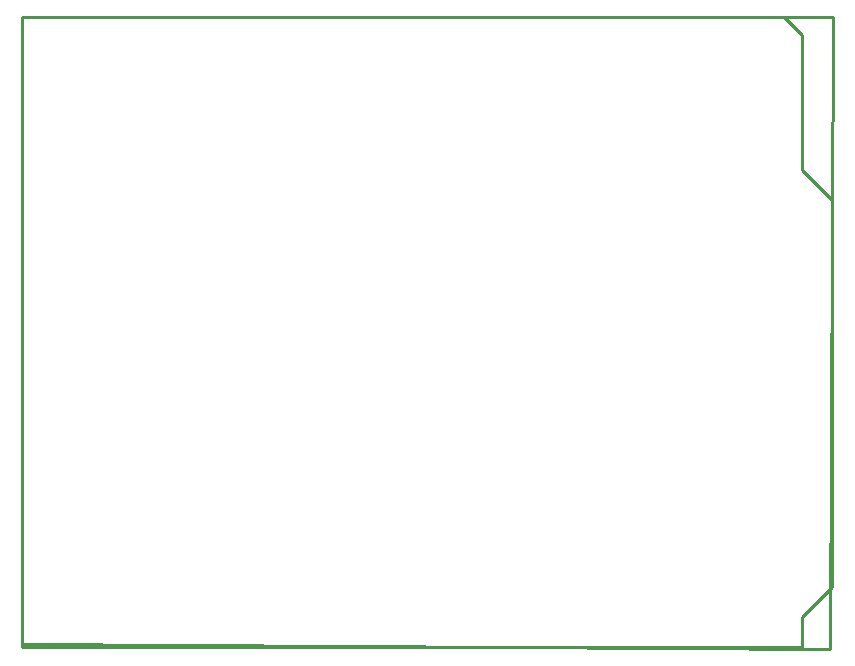
<source format=gko>
G04 Layer: BoardOutline*
G04 EasyEDA v6.4.14, 2021-01-16T22:14:06+01:00*
G04 127a1a6c01e64450920e76bbda239c08,12e5bc712d0f4a5fb02ba00eb72bdd37,10*
G04 Gerber Generator version 0.2*
G04 Scale: 100 percent, Rotated: No, Reflected: No *
G04 Dimensions in inches *
G04 leading zeros omitted , absolute positions ,3 integer and 6 decimal *
%FSLAX36Y36*%
%MOIN*%

%ADD10C,0.0100*%
D10*
X0Y2105000D02*
G01*
X2705000Y2105000D01*
X2695000Y0D01*
X0Y15000D01*
X0Y2105000D01*
X0Y5000D02*
G01*
X2600000Y5000D01*
X2600000Y5000D02*
G01*
X2600000Y105000D01*
X2600000Y105000D02*
G01*
X2700000Y205000D01*
X2700000Y205000D02*
G01*
X2700000Y1495000D01*
X2700000Y1495000D02*
G01*
X2600000Y1595000D01*
X2600000Y1595000D02*
G01*
X2600000Y2045000D01*
X2600000Y2045000D02*
G01*
X2540000Y2105000D01*
X2540000Y2105000D02*
G01*
X0Y2105000D01*
X0Y2105000D02*
G01*
X0Y5000D01*

%LPD*%
M02*

</source>
